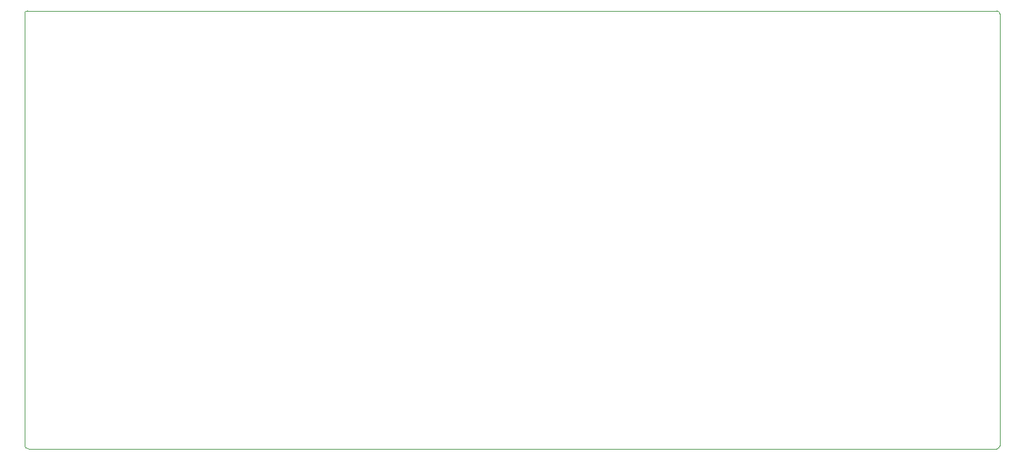
<source format=gbr>
%TF.GenerationSoftware,KiCad,Pcbnew,9.0.4*%
%TF.CreationDate,2025-09-26T12:58:40-07:00*%
%TF.ProjectId,SD-PGMR,53442d50-474d-4522-9e6b-696361645f70,v1.0*%
%TF.SameCoordinates,Original*%
%TF.FileFunction,Profile,NP*%
%FSLAX46Y46*%
G04 Gerber Fmt 4.6, Leading zero omitted, Abs format (unit mm)*
G04 Created by KiCad (PCBNEW 9.0.4) date 2025-09-26 12:58:40*
%MOMM*%
%LPD*%
G01*
G04 APERTURE LIST*
%TA.AperFunction,Profile*%
%ADD10C,0.050000*%
%TD*%
G04 APERTURE END LIST*
D10*
X203073000Y-134874000D02*
X76962000Y-134874000D01*
X203454000Y-78105000D02*
X203454000Y-134493000D01*
X76835000Y-77724000D02*
X203073000Y-77724000D01*
X76454000Y-134366000D02*
X76454000Y-78105000D01*
X203454000Y-134493000D02*
G75*
G02*
X203073000Y-134874000I-381000J0D01*
G01*
X203073000Y-77724000D02*
G75*
G02*
X203454000Y-78105000I0J-381000D01*
G01*
X76454000Y-78105000D02*
G75*
G02*
X76835000Y-77724000I381000J0D01*
G01*
X76962000Y-134874000D02*
G75*
G02*
X76454000Y-134366000I0J508000D01*
G01*
M02*

</source>
